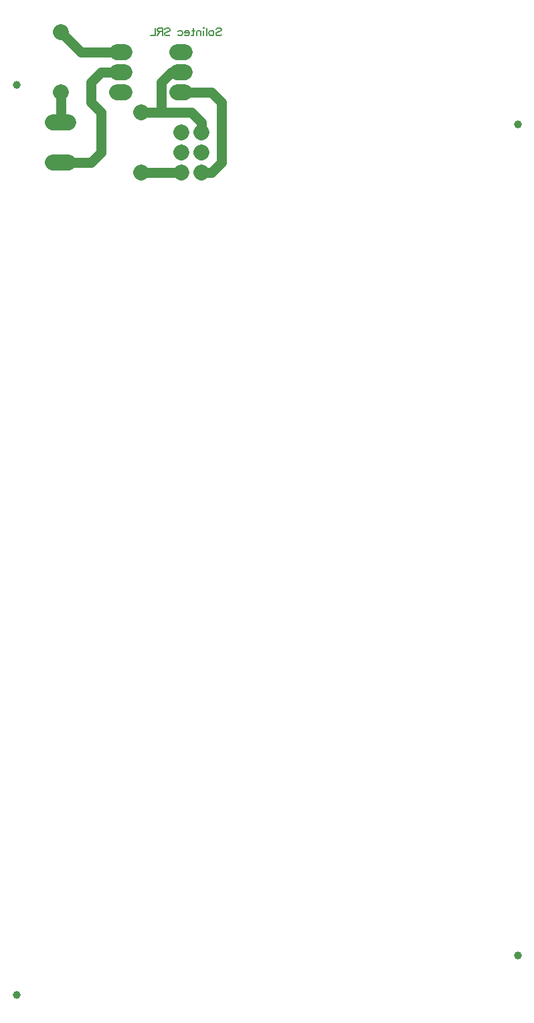
<source format=gbl>
G04 Layer: BottomLayer*
G04 EasyEDA v6.5.9, 2022-12-18 14:38:18*
G04 6ed9124010b24111a11f212ffacae300,5dd06754fdd742daa6fe38bf62b7df6b,10*
G04 Gerber Generator version 0.2*
G04 Scale: 100 percent, Rotated: No, Reflected: No *
G04 Dimensions in millimeters *
G04 leading zeros omitted , absolute positions ,4 integer and 5 decimal *
%FSLAX45Y45*%
%MOMM*%

%ADD10C,0.2000*%
%ADD11C,1.2700*%
%ADD12C,1.0000*%
%ADD13C,2.0000*%

%LPD*%
D10*
X2348344Y2196868D02*
G01*
X2357582Y2206104D01*
X2371435Y2210724D01*
X2389908Y2210724D01*
X2403764Y2206104D01*
X2413000Y2196868D01*
X2413000Y2187633D01*
X2408382Y2178395D01*
X2403764Y2173777D01*
X2394526Y2169160D01*
X2366817Y2159924D01*
X2357582Y2155304D01*
X2352964Y2150686D01*
X2348344Y2141451D01*
X2348344Y2127595D01*
X2357582Y2118360D01*
X2371435Y2113742D01*
X2389908Y2113742D01*
X2403764Y2118360D01*
X2413000Y2127595D01*
X2294775Y2178395D02*
G01*
X2304011Y2173777D01*
X2313246Y2164542D01*
X2317864Y2150686D01*
X2317864Y2141451D01*
X2313246Y2127595D01*
X2304011Y2118360D01*
X2294775Y2113742D01*
X2280920Y2113742D01*
X2271684Y2118360D01*
X2262446Y2127595D01*
X2257828Y2141451D01*
X2257828Y2150686D01*
X2262446Y2164542D01*
X2271684Y2173777D01*
X2280920Y2178395D01*
X2294775Y2178395D01*
X2227348Y2210724D02*
G01*
X2227348Y2113742D01*
X2196868Y2210724D02*
G01*
X2192251Y2206104D01*
X2187633Y2210724D01*
X2192251Y2215342D01*
X2196868Y2210724D01*
X2192251Y2178395D02*
G01*
X2192251Y2113742D01*
X2157153Y2178395D02*
G01*
X2157153Y2113742D01*
X2157153Y2159924D02*
G01*
X2143297Y2173777D01*
X2134062Y2178395D01*
X2120206Y2178395D01*
X2110971Y2173777D01*
X2106353Y2159924D01*
X2106353Y2113742D01*
X2062017Y2210724D02*
G01*
X2062017Y2132215D01*
X2057400Y2118360D01*
X2048164Y2113742D01*
X2038926Y2113742D01*
X2075873Y2178395D02*
G01*
X2043544Y2178395D01*
X2008446Y2150686D02*
G01*
X1953028Y2150686D01*
X1953028Y2159924D01*
X1957646Y2169160D01*
X1962264Y2173777D01*
X1971502Y2178395D01*
X1985355Y2178395D01*
X1994593Y2173777D01*
X2003828Y2164542D01*
X2008446Y2150686D01*
X2008446Y2141451D01*
X2003828Y2127595D01*
X1994593Y2118360D01*
X1985355Y2113742D01*
X1971502Y2113742D01*
X1962264Y2118360D01*
X1953028Y2127595D01*
X1867131Y2164542D02*
G01*
X1876366Y2173777D01*
X1885604Y2178395D01*
X1899457Y2178395D01*
X1908695Y2173777D01*
X1917931Y2164542D01*
X1922548Y2150686D01*
X1922548Y2141451D01*
X1917931Y2127595D01*
X1908695Y2118360D01*
X1899457Y2113742D01*
X1885604Y2113742D01*
X1876366Y2118360D01*
X1867131Y2127595D01*
X1700875Y2196868D02*
G01*
X1710113Y2206104D01*
X1723966Y2210724D01*
X1742439Y2210724D01*
X1756295Y2206104D01*
X1765531Y2196868D01*
X1765531Y2187633D01*
X1760913Y2178395D01*
X1756295Y2173777D01*
X1747057Y2169160D01*
X1719348Y2159924D01*
X1710113Y2155304D01*
X1705495Y2150686D01*
X1700875Y2141451D01*
X1700875Y2127595D01*
X1710113Y2118360D01*
X1723966Y2113742D01*
X1742439Y2113742D01*
X1756295Y2118360D01*
X1765531Y2127595D01*
X1670395Y2210724D02*
G01*
X1670395Y2113742D01*
X1670395Y2210724D02*
G01*
X1628833Y2210724D01*
X1614977Y2206104D01*
X1610360Y2201486D01*
X1605742Y2192251D01*
X1605742Y2183015D01*
X1610360Y2173777D01*
X1614977Y2169160D01*
X1628833Y2164542D01*
X1670395Y2164542D01*
X1638068Y2164542D02*
G01*
X1605742Y2113742D01*
X1575262Y2210724D02*
G01*
X1575262Y2113742D01*
X1575262Y2113742D02*
G01*
X1519844Y2113742D01*
D11*
X2159000Y889000D02*
G01*
X2159000Y1016000D01*
X2032000Y1143000D01*
X1651000Y1143000D01*
X1397000Y1143000D01*
X381000Y510540D02*
G01*
X764540Y510540D01*
X889000Y635000D01*
X889000Y1143000D01*
X762000Y1270000D01*
X762000Y1524000D01*
X889000Y1651000D01*
X1143000Y1651000D01*
X381000Y1013460D02*
G01*
X381000Y1397000D01*
X1905000Y381000D02*
G01*
X1397000Y381000D01*
X1905000Y1397000D02*
G01*
X2286000Y1397000D01*
X2413000Y1270000D01*
X2413000Y508000D01*
X2286000Y381000D01*
X2159000Y381000D01*
X1905000Y1651000D02*
G01*
X1778000Y1651000D01*
X1651000Y1524000D01*
X1651000Y1143000D01*
X1143000Y1905000D02*
G01*
X635000Y1905000D01*
X381000Y2159000D01*
D12*
G01*
X-174599Y1489201D03*
G01*
X6164198Y989202D03*
G01*
X-174599Y-10029799D03*
G01*
X6164198Y-9529800D03*
D13*
X1192999Y1905000D02*
G01*
X1093000Y1905000D01*
X1192999Y1651000D02*
G01*
X1093000Y1651000D01*
X1855000Y1651000D02*
G01*
X1954999Y1651000D01*
X1855000Y1905000D02*
G01*
X1954999Y1905000D01*
X1192999Y1397000D02*
G01*
X1093000Y1397000D01*
X1855000Y1397000D02*
G01*
X1954999Y1397000D01*
X282879Y1013460D02*
G01*
X479120Y1013460D01*
X282879Y510540D02*
G01*
X479120Y510540D01*
X1905000Y889000D02*
G01*
X1905000Y889000D01*
X2159000Y889000D02*
G01*
X2159000Y889000D01*
X1905000Y635000D02*
G01*
X1905000Y635000D01*
X2159000Y635000D02*
G01*
X2159000Y635000D01*
X1905000Y381000D02*
G01*
X1905000Y381000D01*
X2159000Y381000D02*
G01*
X2159000Y381000D01*
X381000Y1397000D02*
G01*
X381000Y1397000D01*
X381000Y2159000D02*
G01*
X381000Y2159000D01*
X1397000Y1143000D02*
G01*
X1397000Y1143000D01*
X1397000Y381000D02*
G01*
X1397000Y381000D01*
M02*

</source>
